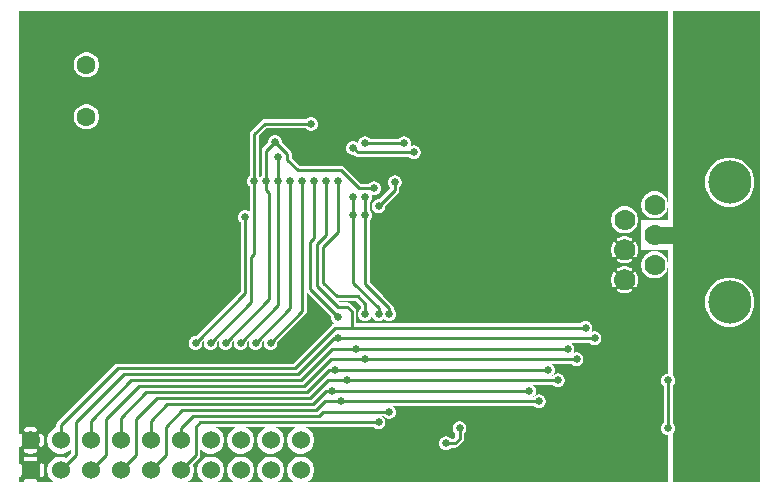
<source format=gbr>
G04 start of page 3 for group 1 idx 1 *
G04 Title: (unknown), bottom *
G04 Creator: pcb 20140316 *
G04 CreationDate: Mon 17 Feb 2020 04:19:00 AM GMT UTC *
G04 For: railfan *
G04 Format: Gerber/RS-274X *
G04 PCB-Dimensions (mil): 2500.00 1600.00 *
G04 PCB-Coordinate-Origin: lower left *
%MOIN*%
%FSLAX25Y25*%
%LNBOTTOM*%
%ADD48C,0.1280*%
%ADD47C,0.0300*%
%ADD46C,0.0433*%
%ADD45C,0.0380*%
%ADD44C,0.0120*%
%ADD43C,0.0260*%
%ADD42C,0.1440*%
%ADD41C,0.0700*%
%ADD40C,0.0633*%
%ADD39C,0.0600*%
%ADD38C,0.0550*%
%ADD37C,0.0100*%
%ADD36C,0.0001*%
G54D36*G36*
X248500Y1500D02*X238487D01*
Y53276D01*
X238500Y53275D01*
X239787Y53376D01*
X241042Y53677D01*
X242234Y54171D01*
X243335Y54846D01*
X244316Y55684D01*
X245154Y56665D01*
X245829Y57766D01*
X246323Y58958D01*
X246624Y60213D01*
X246700Y61500D01*
X246624Y62787D01*
X246323Y64042D01*
X245829Y65234D01*
X245154Y66335D01*
X244316Y67316D01*
X243335Y68154D01*
X242234Y68829D01*
X241042Y69323D01*
X239787Y69624D01*
X238500Y69725D01*
X238487Y69724D01*
Y93276D01*
X238500Y93275D01*
X239787Y93376D01*
X241042Y93677D01*
X242234Y94171D01*
X243335Y94846D01*
X244316Y95684D01*
X245154Y96665D01*
X245829Y97766D01*
X246323Y98958D01*
X246624Y100213D01*
X246700Y101500D01*
X246624Y102787D01*
X246323Y104042D01*
X245829Y105234D01*
X245154Y106335D01*
X244316Y107316D01*
X243335Y108154D01*
X242234Y108829D01*
X241042Y109323D01*
X239787Y109624D01*
X238500Y109725D01*
X238487Y109724D01*
Y158500D01*
X248500D01*
Y1500D01*
G37*
G36*
X238487D02*X219500D01*
Y17756D01*
X219631Y17869D01*
X219866Y18144D01*
X220056Y18453D01*
X220194Y18787D01*
X220279Y19139D01*
X220300Y19500D01*
X220279Y19861D01*
X220194Y20213D01*
X220056Y20547D01*
X219866Y20856D01*
X219631Y21131D01*
X219500Y21244D01*
Y33662D01*
X219631Y33774D01*
X219866Y34049D01*
X220056Y34358D01*
X220194Y34693D01*
X220279Y35045D01*
X220300Y35406D01*
X220279Y35766D01*
X220194Y36118D01*
X220056Y36453D01*
X219866Y36762D01*
X219631Y37037D01*
X219500Y37149D01*
Y158500D01*
X238487D01*
Y109724D01*
X237213Y109624D01*
X235958Y109323D01*
X234766Y108829D01*
X233665Y108154D01*
X232684Y107316D01*
X231846Y106335D01*
X231171Y105234D01*
X230677Y104042D01*
X230376Y102787D01*
X230275Y101500D01*
X230376Y100213D01*
X230677Y98958D01*
X231171Y97766D01*
X231846Y96665D01*
X232684Y95684D01*
X233665Y94846D01*
X234766Y94171D01*
X235958Y93677D01*
X237213Y93376D01*
X238487Y93276D01*
Y69724D01*
X237213Y69624D01*
X235958Y69323D01*
X234766Y68829D01*
X233665Y68154D01*
X232684Y67316D01*
X231846Y66335D01*
X231171Y65234D01*
X230677Y64042D01*
X230376Y62787D01*
X230275Y61500D01*
X230376Y60213D01*
X230677Y58958D01*
X231171Y57766D01*
X231846Y56665D01*
X232684Y55684D01*
X233665Y54846D01*
X234766Y54171D01*
X235958Y53677D01*
X237213Y53376D01*
X238487Y53276D01*
Y1500D01*
G37*
G36*
X147000Y17756D02*Y16621D01*
X146379Y16000D01*
X146246D01*
Y19034D01*
X146306Y18787D01*
X146444Y18453D01*
X146634Y18144D01*
X146869Y17869D01*
X147000Y17756D01*
G37*
G36*
X207220Y158500D02*X218000D01*
Y94000D01*
X217958Y94706D01*
X217793Y95395D01*
X217522Y96049D01*
X217152Y96653D01*
X216692Y97192D01*
X216153Y97652D01*
X215549Y98022D01*
X214895Y98293D01*
X214206Y98458D01*
X213500Y98514D01*
X212794Y98458D01*
X212105Y98293D01*
X211451Y98022D01*
X210847Y97652D01*
X210308Y97192D01*
X209848Y96653D01*
X209478Y96049D01*
X209207Y95395D01*
X209042Y94706D01*
X208986Y94000D01*
X209042Y93294D01*
X209207Y92605D01*
X209478Y91951D01*
X209848Y91347D01*
X210308Y90808D01*
X210847Y90348D01*
X211451Y89978D01*
X212105Y89707D01*
X212794Y89542D01*
X213500Y89486D01*
X214206Y89542D01*
X214895Y89707D01*
X215549Y89978D01*
X216153Y90348D01*
X216692Y90808D01*
X217152Y91347D01*
X217522Y91951D01*
X217793Y92605D01*
X217958Y93294D01*
X218000Y94000D01*
Y89000D01*
X209000D01*
Y84176D01*
X208986Y84000D01*
X209000Y83824D01*
Y79000D01*
X218000D01*
Y74000D01*
X217958Y74706D01*
X217793Y75395D01*
X217522Y76049D01*
X217152Y76653D01*
X216692Y77192D01*
X216153Y77652D01*
X215549Y78022D01*
X214895Y78293D01*
X214206Y78458D01*
X213500Y78514D01*
X212794Y78458D01*
X212105Y78293D01*
X211451Y78022D01*
X210847Y77652D01*
X210308Y77192D01*
X209848Y76653D01*
X209478Y76049D01*
X209207Y75395D01*
X209042Y74706D01*
X208986Y74000D01*
X209042Y73294D01*
X209207Y72605D01*
X209478Y71951D01*
X209848Y71347D01*
X210308Y70808D01*
X210847Y70348D01*
X211451Y69978D01*
X212105Y69707D01*
X212794Y69542D01*
X213500Y69486D01*
X214206Y69542D01*
X214895Y69707D01*
X215549Y69978D01*
X216153Y70348D01*
X216692Y70808D01*
X217152Y71347D01*
X217522Y71951D01*
X217793Y72605D01*
X217958Y73294D01*
X218000Y74000D01*
Y37713D01*
X217639Y37684D01*
X217287Y37600D01*
X216953Y37461D01*
X216644Y37272D01*
X216369Y37037D01*
X216134Y36762D01*
X215944Y36453D01*
X215806Y36118D01*
X215721Y35766D01*
X215693Y35406D01*
X215721Y35045D01*
X215806Y34693D01*
X215944Y34358D01*
X216134Y34049D01*
X216369Y33774D01*
X216500Y33662D01*
Y21244D01*
X216369Y21131D01*
X216134Y20856D01*
X215944Y20547D01*
X215806Y20213D01*
X215721Y19861D01*
X215693Y19500D01*
X215721Y19139D01*
X215806Y18787D01*
X215944Y18453D01*
X216134Y18144D01*
X216369Y17869D01*
X216644Y17634D01*
X216953Y17444D01*
X217287Y17306D01*
X217639Y17221D01*
X218000Y17193D01*
Y1500D01*
X207220D01*
Y66544D01*
X207271Y66583D01*
X207326Y66639D01*
X207370Y66704D01*
X207564Y67056D01*
X207721Y67426D01*
X207844Y67809D01*
X207933Y68200D01*
X207987Y68599D01*
X208004Y69000D01*
X207987Y69401D01*
X207933Y69800D01*
X207844Y70191D01*
X207721Y70574D01*
X207564Y70944D01*
X207374Y71298D01*
X207329Y71363D01*
X207274Y71420D01*
X207220Y71460D01*
Y76544D01*
X207271Y76583D01*
X207326Y76639D01*
X207370Y76704D01*
X207564Y77056D01*
X207721Y77426D01*
X207844Y77809D01*
X207933Y78200D01*
X207987Y78599D01*
X208004Y79000D01*
X207987Y79401D01*
X207933Y79800D01*
X207844Y80191D01*
X207721Y80574D01*
X207564Y80944D01*
X207374Y81298D01*
X207329Y81363D01*
X207274Y81420D01*
X207220Y81460D01*
Y86459D01*
X207522Y86951D01*
X207793Y87605D01*
X207958Y88294D01*
X208000Y89000D01*
X207958Y89706D01*
X207793Y90395D01*
X207522Y91049D01*
X207220Y91541D01*
Y158500D01*
G37*
G36*
Y1500D02*X203502D01*
Y64496D01*
X203901Y64513D01*
X204300Y64567D01*
X204691Y64656D01*
X205074Y64779D01*
X205444Y64936D01*
X205798Y65126D01*
X205863Y65171D01*
X205920Y65226D01*
X205968Y65290D01*
X206004Y65360D01*
X206030Y65435D01*
X206044Y65513D01*
X206045Y65592D01*
X206033Y65671D01*
X206010Y65746D01*
X205975Y65817D01*
X205929Y65882D01*
X205874Y65939D01*
X205811Y65987D01*
X205741Y66024D01*
X205666Y66049D01*
X205588Y66063D01*
X205508Y66064D01*
X205430Y66052D01*
X205354Y66029D01*
X205284Y65993D01*
X205010Y65843D01*
X204723Y65721D01*
X204426Y65625D01*
X204121Y65556D01*
X203812Y65514D01*
X203502Y65500D01*
Y72500D01*
X203812Y72486D01*
X204121Y72444D01*
X204426Y72375D01*
X204723Y72279D01*
X205010Y72157D01*
X205286Y72010D01*
X205355Y71974D01*
X205431Y71951D01*
X205509Y71940D01*
X205587Y71941D01*
X205665Y71954D01*
X205739Y71980D01*
X205809Y72016D01*
X205872Y72064D01*
X205927Y72120D01*
X205972Y72184D01*
X206007Y72255D01*
X206030Y72330D01*
X206041Y72408D01*
X206040Y72487D01*
X206027Y72564D01*
X206001Y72639D01*
X205965Y72708D01*
X205917Y72771D01*
X205861Y72826D01*
X205796Y72870D01*
X205444Y73064D01*
X205074Y73221D01*
X204691Y73344D01*
X204300Y73433D01*
X203901Y73487D01*
X203502Y73504D01*
Y74496D01*
X203901Y74513D01*
X204300Y74567D01*
X204691Y74656D01*
X205074Y74779D01*
X205444Y74936D01*
X205798Y75126D01*
X205863Y75171D01*
X205920Y75226D01*
X205968Y75290D01*
X206004Y75360D01*
X206030Y75435D01*
X206044Y75513D01*
X206045Y75592D01*
X206033Y75671D01*
X206010Y75746D01*
X205975Y75817D01*
X205929Y75882D01*
X205874Y75939D01*
X205811Y75987D01*
X205741Y76024D01*
X205666Y76049D01*
X205588Y76063D01*
X205508Y76064D01*
X205430Y76052D01*
X205354Y76029D01*
X205284Y75993D01*
X205010Y75843D01*
X204723Y75721D01*
X204426Y75625D01*
X204121Y75556D01*
X203812Y75514D01*
X203502Y75500D01*
Y82500D01*
X203812Y82486D01*
X204121Y82444D01*
X204426Y82375D01*
X204723Y82279D01*
X205010Y82157D01*
X205286Y82010D01*
X205355Y81974D01*
X205431Y81951D01*
X205509Y81940D01*
X205587Y81941D01*
X205665Y81954D01*
X205739Y81980D01*
X205809Y82016D01*
X205872Y82064D01*
X205927Y82120D01*
X205972Y82184D01*
X206007Y82255D01*
X206030Y82330D01*
X206041Y82408D01*
X206040Y82487D01*
X206027Y82564D01*
X206001Y82639D01*
X205965Y82708D01*
X205917Y82771D01*
X205861Y82826D01*
X205796Y82870D01*
X205444Y83064D01*
X205074Y83221D01*
X204691Y83344D01*
X204300Y83433D01*
X203901Y83487D01*
X203502Y83504D01*
Y84486D01*
X204206Y84542D01*
X204895Y84707D01*
X205549Y84978D01*
X206153Y85348D01*
X206692Y85808D01*
X207152Y86347D01*
X207220Y86459D01*
Y81460D01*
X207210Y81468D01*
X207140Y81504D01*
X207065Y81530D01*
X206987Y81544D01*
X206908Y81545D01*
X206829Y81533D01*
X206754Y81510D01*
X206683Y81475D01*
X206618Y81429D01*
X206561Y81374D01*
X206513Y81311D01*
X206476Y81241D01*
X206451Y81166D01*
X206437Y81088D01*
X206436Y81008D01*
X206448Y80930D01*
X206471Y80854D01*
X206507Y80784D01*
X206657Y80510D01*
X206779Y80223D01*
X206875Y79926D01*
X206944Y79621D01*
X206986Y79312D01*
X207000Y79000D01*
X206986Y78688D01*
X206944Y78379D01*
X206875Y78074D01*
X206779Y77777D01*
X206657Y77490D01*
X206510Y77214D01*
X206474Y77145D01*
X206451Y77069D01*
X206440Y76991D01*
X206441Y76913D01*
X206454Y76835D01*
X206480Y76761D01*
X206516Y76691D01*
X206564Y76628D01*
X206620Y76573D01*
X206684Y76528D01*
X206755Y76493D01*
X206830Y76470D01*
X206908Y76459D01*
X206987Y76460D01*
X207064Y76473D01*
X207139Y76499D01*
X207208Y76535D01*
X207220Y76544D01*
Y71460D01*
X207210Y71468D01*
X207140Y71504D01*
X207065Y71530D01*
X206987Y71544D01*
X206908Y71545D01*
X206829Y71533D01*
X206754Y71510D01*
X206683Y71475D01*
X206618Y71429D01*
X206561Y71374D01*
X206513Y71311D01*
X206476Y71241D01*
X206451Y71166D01*
X206437Y71088D01*
X206436Y71008D01*
X206448Y70930D01*
X206471Y70854D01*
X206507Y70784D01*
X206657Y70510D01*
X206779Y70223D01*
X206875Y69926D01*
X206944Y69621D01*
X206986Y69312D01*
X207000Y69000D01*
X206986Y68688D01*
X206944Y68379D01*
X206875Y68074D01*
X206779Y67777D01*
X206657Y67490D01*
X206510Y67214D01*
X206474Y67145D01*
X206451Y67069D01*
X206440Y66991D01*
X206441Y66913D01*
X206454Y66835D01*
X206480Y66761D01*
X206516Y66691D01*
X206564Y66628D01*
X206620Y66573D01*
X206684Y66528D01*
X206755Y66493D01*
X206830Y66470D01*
X206908Y66459D01*
X206987Y66460D01*
X207064Y66473D01*
X207139Y66499D01*
X207208Y66535D01*
X207220Y66544D01*
Y1500D01*
G37*
G36*
X203502Y158500D02*X207220D01*
Y91541D01*
X207152Y91653D01*
X206692Y92192D01*
X206153Y92652D01*
X205549Y93022D01*
X204895Y93293D01*
X204206Y93458D01*
X203502Y93514D01*
Y158500D01*
G37*
G36*
X199780Y86459D02*X199848Y86347D01*
X200308Y85808D01*
X200847Y85348D01*
X201451Y84978D01*
X202105Y84707D01*
X202794Y84542D01*
X203500Y84486D01*
X203502Y84486D01*
Y83504D01*
X203500Y83504D01*
X203099Y83487D01*
X202700Y83433D01*
X202309Y83344D01*
X201926Y83221D01*
X201556Y83064D01*
X201202Y82874D01*
X201137Y82829D01*
X201080Y82774D01*
X201032Y82710D01*
X200996Y82640D01*
X200970Y82565D01*
X200956Y82487D01*
X200955Y82408D01*
X200967Y82329D01*
X200990Y82254D01*
X201025Y82183D01*
X201071Y82118D01*
X201126Y82061D01*
X201189Y82013D01*
X201259Y81976D01*
X201334Y81951D01*
X201412Y81937D01*
X201492Y81936D01*
X201570Y81948D01*
X201646Y81971D01*
X201716Y82007D01*
X201990Y82157D01*
X202277Y82279D01*
X202574Y82375D01*
X202879Y82444D01*
X203188Y82486D01*
X203500Y82500D01*
X203502Y82500D01*
Y75500D01*
X203500Y75500D01*
X203188Y75514D01*
X202879Y75556D01*
X202574Y75625D01*
X202277Y75721D01*
X201990Y75843D01*
X201714Y75990D01*
X201645Y76026D01*
X201569Y76049D01*
X201491Y76060D01*
X201413Y76059D01*
X201335Y76046D01*
X201261Y76020D01*
X201191Y75984D01*
X201128Y75936D01*
X201073Y75880D01*
X201028Y75816D01*
X200993Y75745D01*
X200970Y75670D01*
X200959Y75592D01*
X200960Y75513D01*
X200973Y75436D01*
X200999Y75361D01*
X201035Y75292D01*
X201083Y75229D01*
X201139Y75174D01*
X201204Y75130D01*
X201556Y74936D01*
X201926Y74779D01*
X202309Y74656D01*
X202700Y74567D01*
X203099Y74513D01*
X203500Y74496D01*
X203502Y74496D01*
Y73504D01*
X203500Y73504D01*
X203099Y73487D01*
X202700Y73433D01*
X202309Y73344D01*
X201926Y73221D01*
X201556Y73064D01*
X201202Y72874D01*
X201137Y72829D01*
X201080Y72774D01*
X201032Y72710D01*
X200996Y72640D01*
X200970Y72565D01*
X200956Y72487D01*
X200955Y72408D01*
X200967Y72329D01*
X200990Y72254D01*
X201025Y72183D01*
X201071Y72118D01*
X201126Y72061D01*
X201189Y72013D01*
X201259Y71976D01*
X201334Y71951D01*
X201412Y71937D01*
X201492Y71936D01*
X201570Y71948D01*
X201646Y71971D01*
X201716Y72007D01*
X201990Y72157D01*
X202277Y72279D01*
X202574Y72375D01*
X202879Y72444D01*
X203188Y72486D01*
X203500Y72500D01*
X203502Y72500D01*
Y65500D01*
X203500Y65500D01*
X203188Y65514D01*
X202879Y65556D01*
X202574Y65625D01*
X202277Y65721D01*
X201990Y65843D01*
X201714Y65990D01*
X201645Y66026D01*
X201569Y66049D01*
X201491Y66060D01*
X201413Y66059D01*
X201335Y66046D01*
X201261Y66020D01*
X201191Y65984D01*
X201128Y65936D01*
X201073Y65880D01*
X201028Y65816D01*
X200993Y65745D01*
X200970Y65670D01*
X200959Y65592D01*
X200960Y65513D01*
X200973Y65436D01*
X200999Y65361D01*
X201035Y65292D01*
X201083Y65229D01*
X201139Y65174D01*
X201204Y65130D01*
X201556Y64936D01*
X201926Y64779D01*
X202309Y64656D01*
X202700Y64567D01*
X203099Y64513D01*
X203500Y64496D01*
X203502Y64496D01*
Y1500D01*
X199780D01*
Y66540D01*
X199790Y66532D01*
X199860Y66496D01*
X199935Y66470D01*
X200013Y66456D01*
X200092Y66455D01*
X200171Y66467D01*
X200246Y66490D01*
X200317Y66525D01*
X200382Y66571D01*
X200439Y66626D01*
X200487Y66689D01*
X200524Y66759D01*
X200549Y66834D01*
X200563Y66912D01*
X200564Y66992D01*
X200552Y67070D01*
X200529Y67146D01*
X200493Y67216D01*
X200343Y67490D01*
X200221Y67777D01*
X200125Y68074D01*
X200056Y68379D01*
X200014Y68688D01*
X200000Y69000D01*
X200014Y69312D01*
X200056Y69621D01*
X200125Y69926D01*
X200221Y70223D01*
X200343Y70510D01*
X200490Y70786D01*
X200526Y70855D01*
X200549Y70931D01*
X200560Y71009D01*
X200559Y71087D01*
X200546Y71165D01*
X200520Y71239D01*
X200484Y71309D01*
X200436Y71372D01*
X200380Y71427D01*
X200316Y71472D01*
X200245Y71507D01*
X200170Y71530D01*
X200092Y71541D01*
X200013Y71540D01*
X199936Y71527D01*
X199861Y71501D01*
X199792Y71465D01*
X199780Y71456D01*
Y76540D01*
X199790Y76532D01*
X199860Y76496D01*
X199935Y76470D01*
X200013Y76456D01*
X200092Y76455D01*
X200171Y76467D01*
X200246Y76490D01*
X200317Y76525D01*
X200382Y76571D01*
X200439Y76626D01*
X200487Y76689D01*
X200524Y76759D01*
X200549Y76834D01*
X200563Y76912D01*
X200564Y76992D01*
X200552Y77070D01*
X200529Y77146D01*
X200493Y77216D01*
X200343Y77490D01*
X200221Y77777D01*
X200125Y78074D01*
X200056Y78379D01*
X200014Y78688D01*
X200000Y79000D01*
X200014Y79312D01*
X200056Y79621D01*
X200125Y79926D01*
X200221Y80223D01*
X200343Y80510D01*
X200490Y80786D01*
X200526Y80855D01*
X200549Y80931D01*
X200560Y81009D01*
X200559Y81087D01*
X200546Y81165D01*
X200520Y81239D01*
X200484Y81309D01*
X200436Y81372D01*
X200380Y81427D01*
X200316Y81472D01*
X200245Y81507D01*
X200170Y81530D01*
X200092Y81541D01*
X200013Y81540D01*
X199936Y81527D01*
X199861Y81501D01*
X199792Y81465D01*
X199780Y81456D01*
Y86459D01*
G37*
G36*
Y158500D02*X203502D01*
Y93514D01*
X203500Y93514D01*
X202794Y93458D01*
X202105Y93293D01*
X201451Y93022D01*
X200847Y92652D01*
X200308Y92192D01*
X199848Y91653D01*
X199780Y91541D01*
Y158500D01*
G37*
G36*
X146246D02*X199780D01*
Y91541D01*
X199478Y91049D01*
X199207Y90395D01*
X199042Y89706D01*
X198986Y89000D01*
X199042Y88294D01*
X199207Y87605D01*
X199478Y86951D01*
X199780Y86459D01*
Y81456D01*
X199729Y81417D01*
X199674Y81361D01*
X199630Y81296D01*
X199436Y80944D01*
X199279Y80574D01*
X199156Y80191D01*
X199067Y79800D01*
X199013Y79401D01*
X198996Y79000D01*
X199013Y78599D01*
X199067Y78200D01*
X199156Y77809D01*
X199279Y77426D01*
X199436Y77056D01*
X199626Y76702D01*
X199671Y76637D01*
X199726Y76580D01*
X199780Y76540D01*
Y71456D01*
X199729Y71417D01*
X199674Y71361D01*
X199630Y71296D01*
X199436Y70944D01*
X199279Y70574D01*
X199156Y70191D01*
X199067Y69800D01*
X199013Y69401D01*
X198996Y69000D01*
X199013Y68599D01*
X199067Y68200D01*
X199156Y67809D01*
X199279Y67426D01*
X199436Y67056D01*
X199626Y66702D01*
X199671Y66637D01*
X199726Y66580D01*
X199780Y66540D01*
Y1500D01*
X146246D01*
Y13000D01*
X146941D01*
X147000Y12995D01*
X147235Y13014D01*
X147235Y13014D01*
X147465Y13069D01*
X147683Y13159D01*
X147884Y13283D01*
X148064Y13436D01*
X148102Y13481D01*
X149519Y14898D01*
X149564Y14936D01*
X149717Y15115D01*
X149717Y15116D01*
X149841Y15317D01*
X149931Y15535D01*
X149986Y15765D01*
X150005Y16000D01*
X150000Y16059D01*
Y17756D01*
X150131Y17869D01*
X150366Y18144D01*
X150556Y18453D01*
X150694Y18787D01*
X150779Y19139D01*
X150800Y19500D01*
X150779Y19861D01*
X150694Y20213D01*
X150556Y20547D01*
X150366Y20856D01*
X150131Y21131D01*
X149856Y21366D01*
X149547Y21556D01*
X149213Y21694D01*
X148861Y21779D01*
X148500Y21807D01*
X148139Y21779D01*
X147787Y21694D01*
X147453Y21556D01*
X147144Y21366D01*
X146869Y21131D01*
X146634Y20856D01*
X146444Y20547D01*
X146306Y20213D01*
X146246Y19966D01*
Y27000D01*
X173182D01*
X173294Y26869D01*
X173569Y26634D01*
X173878Y26444D01*
X174212Y26306D01*
X174564Y26221D01*
X174925Y26193D01*
X175286Y26221D01*
X175638Y26306D01*
X175973Y26444D01*
X176281Y26634D01*
X176557Y26869D01*
X176792Y27144D01*
X176981Y27453D01*
X177119Y27787D01*
X177204Y28139D01*
X177225Y28500D01*
X177204Y28861D01*
X177119Y29213D01*
X176981Y29547D01*
X176792Y29856D01*
X176557Y30131D01*
X176281Y30366D01*
X175973Y30556D01*
X175638Y30694D01*
X175286Y30779D01*
X174925Y30807D01*
X174564Y30779D01*
X174212Y30694D01*
X173878Y30556D01*
X173569Y30366D01*
X173294Y30131D01*
X173182Y30000D01*
X172914D01*
X173132Y30134D01*
X173407Y30369D01*
X173642Y30644D01*
X173832Y30953D01*
X173970Y31287D01*
X174055Y31639D01*
X174076Y32000D01*
X174055Y32361D01*
X173970Y32713D01*
X173832Y33047D01*
X173642Y33356D01*
X173407Y33631D01*
X173132Y33866D01*
X172914Y34000D01*
X179480D01*
X179593Y33869D01*
X179868Y33634D01*
X180177Y33444D01*
X180511Y33306D01*
X180863Y33221D01*
X181224Y33193D01*
X181585Y33221D01*
X181937Y33306D01*
X182271Y33444D01*
X182580Y33634D01*
X182855Y33869D01*
X183090Y34144D01*
X183280Y34453D01*
X183418Y34787D01*
X183503Y35139D01*
X183524Y35500D01*
X183503Y35861D01*
X183418Y36213D01*
X183280Y36547D01*
X183090Y36856D01*
X182855Y37131D01*
X182580Y37366D01*
X182271Y37556D01*
X181937Y37694D01*
X181585Y37779D01*
X181224Y37807D01*
X180863Y37779D01*
X180511Y37694D01*
X180177Y37556D01*
X179868Y37366D01*
X179593Y37131D01*
X179480Y37000D01*
X179213D01*
X179431Y37134D01*
X179707Y37369D01*
X179942Y37644D01*
X180131Y37953D01*
X180269Y38287D01*
X180354Y38639D01*
X180375Y39000D01*
X180354Y39361D01*
X180269Y39713D01*
X180131Y40047D01*
X179942Y40356D01*
X179707Y40631D01*
X179431Y40866D01*
X179213Y41000D01*
X185756D01*
X185869Y40869D01*
X186144Y40634D01*
X186453Y40444D01*
X186787Y40306D01*
X187139Y40221D01*
X187500Y40193D01*
X187861Y40221D01*
X188213Y40306D01*
X188547Y40444D01*
X188856Y40634D01*
X189131Y40869D01*
X189366Y41144D01*
X189556Y41453D01*
X189694Y41787D01*
X189779Y42139D01*
X189800Y42500D01*
X189779Y42861D01*
X189694Y43213D01*
X189556Y43547D01*
X189366Y43856D01*
X189131Y44131D01*
X188856Y44366D01*
X188547Y44556D01*
X188213Y44694D01*
X187861Y44779D01*
X187500Y44807D01*
X187139Y44779D01*
X186787Y44694D01*
X186453Y44556D01*
X186144Y44366D01*
X185869Y44131D01*
X185756Y44000D01*
X185638D01*
X185856Y44134D01*
X186131Y44369D01*
X186366Y44644D01*
X186556Y44953D01*
X186694Y45287D01*
X186779Y45639D01*
X186800Y46000D01*
X186779Y46361D01*
X186694Y46713D01*
X186556Y47047D01*
X186366Y47356D01*
X186131Y47631D01*
X185856Y47866D01*
X185638Y48000D01*
X191756D01*
X191869Y47869D01*
X192144Y47634D01*
X192453Y47444D01*
X192787Y47306D01*
X193139Y47221D01*
X193500Y47193D01*
X193861Y47221D01*
X194213Y47306D01*
X194547Y47444D01*
X194856Y47634D01*
X195131Y47869D01*
X195366Y48144D01*
X195556Y48453D01*
X195694Y48787D01*
X195779Y49139D01*
X195800Y49500D01*
X195779Y49861D01*
X195694Y50213D01*
X195556Y50547D01*
X195366Y50856D01*
X195131Y51131D01*
X194856Y51366D01*
X194547Y51556D01*
X194213Y51694D01*
X193861Y51779D01*
X193500Y51807D01*
X193139Y51779D01*
X192787Y51694D01*
X192453Y51556D01*
X192144Y51366D01*
X191869Y51131D01*
X191756Y51000D01*
X191638D01*
X191856Y51134D01*
X192131Y51369D01*
X192366Y51644D01*
X192556Y51953D01*
X192694Y52287D01*
X192779Y52639D01*
X192800Y53000D01*
X192779Y53361D01*
X192694Y53713D01*
X192556Y54047D01*
X192366Y54356D01*
X192131Y54631D01*
X191856Y54866D01*
X191547Y55056D01*
X191213Y55194D01*
X190861Y55279D01*
X190500Y55307D01*
X190139Y55279D01*
X189787Y55194D01*
X189453Y55056D01*
X189144Y54866D01*
X188869Y54631D01*
X188756Y54500D01*
X146246D01*
Y158500D01*
G37*
G36*
Y1500D02*X97585D01*
X98153Y1848D01*
X98692Y2308D01*
X99152Y2847D01*
X99522Y3451D01*
X99793Y4105D01*
X99958Y4794D01*
X100000Y5500D01*
X99958Y6206D01*
X99793Y6895D01*
X99522Y7549D01*
X99152Y8153D01*
X98692Y8692D01*
X98153Y9152D01*
X97549Y9522D01*
X96895Y9793D01*
X96206Y9958D01*
X95500Y10014D01*
X94794Y9958D01*
X94105Y9793D01*
X93451Y9522D01*
X92847Y9152D01*
X92308Y8692D01*
X91848Y8153D01*
X91478Y7549D01*
X91207Y6895D01*
X91042Y6206D01*
X90986Y5500D01*
X91042Y4794D01*
X91207Y4105D01*
X91478Y3451D01*
X91848Y2847D01*
X92308Y2308D01*
X92847Y1848D01*
X93415Y1500D01*
X87585D01*
X88153Y1848D01*
X88692Y2308D01*
X89152Y2847D01*
X89522Y3451D01*
X89793Y4105D01*
X89958Y4794D01*
X90000Y5500D01*
X89958Y6206D01*
X89793Y6895D01*
X89522Y7549D01*
X89152Y8153D01*
X88692Y8692D01*
X88153Y9152D01*
X87549Y9522D01*
X86895Y9793D01*
X86206Y9958D01*
X85500Y10014D01*
X84794Y9958D01*
X84105Y9793D01*
X83451Y9522D01*
X82847Y9152D01*
X82308Y8692D01*
X81848Y8153D01*
X81478Y7549D01*
X81207Y6895D01*
X81042Y6206D01*
X80986Y5500D01*
X81042Y4794D01*
X81207Y4105D01*
X81478Y3451D01*
X81848Y2847D01*
X82308Y2308D01*
X82847Y1848D01*
X83415Y1500D01*
X77585D01*
X78153Y1848D01*
X78692Y2308D01*
X79152Y2847D01*
X79522Y3451D01*
X79793Y4105D01*
X79958Y4794D01*
X80000Y5500D01*
X79958Y6206D01*
X79793Y6895D01*
X79522Y7549D01*
X79152Y8153D01*
X78692Y8692D01*
X78153Y9152D01*
X77549Y9522D01*
X76895Y9793D01*
X76206Y9958D01*
X75500Y10014D01*
X74794Y9958D01*
X74105Y9793D01*
X73451Y9522D01*
X72847Y9152D01*
X72308Y8692D01*
X71848Y8153D01*
X71478Y7549D01*
X71207Y6895D01*
X71042Y6206D01*
X70986Y5500D01*
X71042Y4794D01*
X71207Y4105D01*
X71478Y3451D01*
X71848Y2847D01*
X72308Y2308D01*
X72847Y1848D01*
X73415Y1500D01*
X67585D01*
X68153Y1848D01*
X68692Y2308D01*
X69152Y2847D01*
X69522Y3451D01*
X69793Y4105D01*
X69958Y4794D01*
X70000Y5500D01*
X69958Y6206D01*
X69793Y6895D01*
X69522Y7549D01*
X69152Y8153D01*
X68692Y8692D01*
X68153Y9152D01*
X67549Y9522D01*
X66895Y9793D01*
X66206Y9958D01*
X65500Y10014D01*
X64794Y9958D01*
X64105Y9793D01*
X63451Y9522D01*
X62847Y9152D01*
X62308Y8692D01*
X61848Y8153D01*
X61478Y7549D01*
X61207Y6895D01*
X61042Y6206D01*
X60986Y5500D01*
X61042Y4794D01*
X61207Y4105D01*
X61478Y3451D01*
X61848Y2847D01*
X62308Y2308D01*
X62847Y1848D01*
X63415Y1500D01*
X57585D01*
X58153Y1848D01*
X58692Y2308D01*
X59152Y2847D01*
X59522Y3451D01*
X59793Y4105D01*
X59958Y4794D01*
X60000Y5500D01*
X59958Y6206D01*
X59793Y6895D01*
X59565Y7444D01*
X61519Y9398D01*
X61564Y9436D01*
X61717Y9615D01*
X61717Y9616D01*
X61841Y9817D01*
X61931Y10035D01*
X61986Y10265D01*
X62005Y10500D01*
X62000Y10559D01*
Y12669D01*
X62308Y12308D01*
X62847Y11848D01*
X63451Y11478D01*
X64105Y11207D01*
X64794Y11042D01*
X65500Y10986D01*
X66206Y11042D01*
X66895Y11207D01*
X67549Y11478D01*
X68153Y11848D01*
X68692Y12308D01*
X69152Y12847D01*
X69522Y13451D01*
X69793Y14105D01*
X69958Y14794D01*
X70000Y15500D01*
X69958Y16206D01*
X69793Y16895D01*
X69522Y17549D01*
X69152Y18153D01*
X68692Y18692D01*
X68153Y19152D01*
X67549Y19522D01*
X66895Y19793D01*
X66206Y19958D01*
X65676Y20000D01*
X75324D01*
X74794Y19958D01*
X74105Y19793D01*
X73451Y19522D01*
X72847Y19152D01*
X72308Y18692D01*
X71848Y18153D01*
X71478Y17549D01*
X71207Y16895D01*
X71042Y16206D01*
X70986Y15500D01*
X71042Y14794D01*
X71207Y14105D01*
X71478Y13451D01*
X71848Y12847D01*
X72308Y12308D01*
X72847Y11848D01*
X73451Y11478D01*
X74105Y11207D01*
X74794Y11042D01*
X75500Y10986D01*
X76206Y11042D01*
X76895Y11207D01*
X77549Y11478D01*
X78153Y11848D01*
X78692Y12308D01*
X79152Y12847D01*
X79522Y13451D01*
X79793Y14105D01*
X79958Y14794D01*
X80000Y15500D01*
X79958Y16206D01*
X79793Y16895D01*
X79522Y17549D01*
X79152Y18153D01*
X78692Y18692D01*
X78153Y19152D01*
X77549Y19522D01*
X76895Y19793D01*
X76206Y19958D01*
X75676Y20000D01*
X85324D01*
X84794Y19958D01*
X84105Y19793D01*
X83451Y19522D01*
X82847Y19152D01*
X82308Y18692D01*
X81848Y18153D01*
X81478Y17549D01*
X81207Y16895D01*
X81042Y16206D01*
X80986Y15500D01*
X81042Y14794D01*
X81207Y14105D01*
X81478Y13451D01*
X81848Y12847D01*
X82308Y12308D01*
X82847Y11848D01*
X83451Y11478D01*
X84105Y11207D01*
X84794Y11042D01*
X85500Y10986D01*
X86206Y11042D01*
X86895Y11207D01*
X87549Y11478D01*
X88153Y11848D01*
X88692Y12308D01*
X89152Y12847D01*
X89522Y13451D01*
X89793Y14105D01*
X89958Y14794D01*
X90000Y15500D01*
X89958Y16206D01*
X89793Y16895D01*
X89522Y17549D01*
X89152Y18153D01*
X88692Y18692D01*
X88153Y19152D01*
X87549Y19522D01*
X86895Y19793D01*
X86206Y19958D01*
X85676Y20000D01*
X95324D01*
X94794Y19958D01*
X94105Y19793D01*
X93451Y19522D01*
X92847Y19152D01*
X92308Y18692D01*
X91848Y18153D01*
X91478Y17549D01*
X91207Y16895D01*
X91042Y16206D01*
X90986Y15500D01*
X91042Y14794D01*
X91207Y14105D01*
X91478Y13451D01*
X91848Y12847D01*
X92308Y12308D01*
X92847Y11848D01*
X93451Y11478D01*
X94105Y11207D01*
X94794Y11042D01*
X95500Y10986D01*
X96206Y11042D01*
X96895Y11207D01*
X97549Y11478D01*
X98153Y11848D01*
X98692Y12308D01*
X99152Y12847D01*
X99522Y13451D01*
X99793Y14105D01*
X99958Y14794D01*
X100000Y15500D01*
X99958Y16206D01*
X99793Y16895D01*
X99522Y17549D01*
X99152Y18153D01*
X98692Y18692D01*
X98153Y19152D01*
X97549Y19522D01*
X96895Y19793D01*
X96206Y19958D01*
X95676Y20000D01*
X119756D01*
X119869Y19869D01*
X120144Y19634D01*
X120453Y19444D01*
X120787Y19306D01*
X121139Y19221D01*
X121500Y19193D01*
X121861Y19221D01*
X122213Y19306D01*
X122547Y19444D01*
X122856Y19634D01*
X123131Y19869D01*
X123366Y20144D01*
X123556Y20453D01*
X123694Y20787D01*
X123779Y21139D01*
X123800Y21500D01*
X123779Y21861D01*
X123694Y22213D01*
X123556Y22547D01*
X123366Y22856D01*
X123131Y23131D01*
X122856Y23366D01*
X122638Y23500D01*
X123256D01*
X123369Y23369D01*
X123644Y23134D01*
X123953Y22944D01*
X124287Y22806D01*
X124639Y22721D01*
X125000Y22693D01*
X125361Y22721D01*
X125713Y22806D01*
X126047Y22944D01*
X126356Y23134D01*
X126631Y23369D01*
X126866Y23644D01*
X127056Y23953D01*
X127194Y24287D01*
X127279Y24639D01*
X127300Y25000D01*
X127279Y25361D01*
X127194Y25713D01*
X127056Y26047D01*
X126866Y26356D01*
X126631Y26631D01*
X126356Y26866D01*
X126138Y27000D01*
X146246D01*
Y19966D01*
X146221Y19861D01*
X146193Y19500D01*
X146221Y19139D01*
X146246Y19034D01*
Y16000D01*
X145744D01*
X145631Y16131D01*
X145356Y16366D01*
X145047Y16556D01*
X144713Y16694D01*
X144361Y16779D01*
X144000Y16807D01*
X143639Y16779D01*
X143287Y16694D01*
X142953Y16556D01*
X142644Y16366D01*
X142369Y16131D01*
X142134Y15856D01*
X141944Y15547D01*
X141806Y15213D01*
X141721Y14861D01*
X141693Y14500D01*
X141721Y14139D01*
X141806Y13787D01*
X141944Y13453D01*
X142134Y13144D01*
X142369Y12869D01*
X142644Y12634D01*
X142953Y12444D01*
X143287Y12306D01*
X143639Y12221D01*
X144000Y12193D01*
X144361Y12221D01*
X144713Y12306D01*
X145047Y12444D01*
X145356Y12634D01*
X145631Y12869D01*
X145744Y13000D01*
X146246D01*
Y1500D01*
G37*
G36*
X123108Y158500D02*X146246D01*
Y54500D01*
X123108D01*
Y55849D01*
X123131Y55869D01*
X123250Y56008D01*
X123369Y55869D01*
X123644Y55634D01*
X123953Y55444D01*
X124287Y55306D01*
X124639Y55221D01*
X125000Y55193D01*
X125361Y55221D01*
X125713Y55306D01*
X126047Y55444D01*
X126356Y55634D01*
X126631Y55869D01*
X126866Y56144D01*
X127056Y56453D01*
X127194Y56787D01*
X127279Y57139D01*
X127300Y57500D01*
X127279Y57861D01*
X127194Y58213D01*
X127056Y58547D01*
X126866Y58856D01*
X126631Y59131D01*
X126500Y59244D01*
Y59441D01*
X126505Y59500D01*
X126486Y59735D01*
X126431Y59965D01*
X126341Y60183D01*
X126217Y60384D01*
X126064Y60564D01*
X126019Y60602D01*
X123108Y63513D01*
Y91849D01*
X123131Y91869D01*
X123366Y92144D01*
X123556Y92453D01*
X123694Y92787D01*
X123779Y93139D01*
X123800Y93500D01*
X123790Y93669D01*
X127944Y97823D01*
X127989Y97861D01*
X128142Y98041D01*
X128142Y98041D01*
X128266Y98242D01*
X128356Y98460D01*
X128411Y98690D01*
X128430Y98925D01*
X128425Y98984D01*
Y99756D01*
X128557Y99869D01*
X128792Y100144D01*
X128981Y100453D01*
X129119Y100787D01*
X129204Y101139D01*
X129225Y101500D01*
X129204Y101861D01*
X129119Y102213D01*
X128981Y102547D01*
X128792Y102856D01*
X128557Y103131D01*
X128281Y103366D01*
X127973Y103556D01*
X127638Y103694D01*
X127286Y103779D01*
X126925Y103807D01*
X126564Y103779D01*
X126212Y103694D01*
X125878Y103556D01*
X125569Y103366D01*
X125294Y103131D01*
X125059Y102856D01*
X124870Y102547D01*
X124731Y102213D01*
X124647Y101861D01*
X124618Y101500D01*
X124647Y101139D01*
X124731Y100787D01*
X124870Y100453D01*
X125059Y100144D01*
X125294Y99869D01*
X125425Y99756D01*
Y99547D01*
X123108Y97230D01*
Y110000D01*
X131480D01*
X131593Y109869D01*
X131868Y109634D01*
X132177Y109444D01*
X132511Y109306D01*
X132863Y109221D01*
X133224Y109193D01*
X133585Y109221D01*
X133937Y109306D01*
X134271Y109444D01*
X134580Y109634D01*
X134855Y109869D01*
X135090Y110144D01*
X135280Y110453D01*
X135418Y110787D01*
X135503Y111139D01*
X135524Y111500D01*
X135503Y111861D01*
X135418Y112213D01*
X135280Y112547D01*
X135090Y112856D01*
X134855Y113131D01*
X134580Y113366D01*
X134271Y113556D01*
X133937Y113694D01*
X133585Y113779D01*
X133224Y113807D01*
X132863Y113779D01*
X132511Y113694D01*
X132177Y113556D01*
X132172Y113553D01*
X132269Y113787D01*
X132354Y114139D01*
X132375Y114500D01*
X132354Y114861D01*
X132269Y115213D01*
X132131Y115547D01*
X131942Y115856D01*
X131707Y116131D01*
X131431Y116366D01*
X131123Y116556D01*
X130788Y116694D01*
X130436Y116779D01*
X130075Y116807D01*
X129714Y116779D01*
X129362Y116694D01*
X129028Y116556D01*
X128719Y116366D01*
X128444Y116131D01*
X128332Y116000D01*
X123108D01*
Y158500D01*
G37*
G36*
Y54500D02*X114000D01*
Y58441D01*
X114005Y58500D01*
X113986Y58735D01*
X113986Y58735D01*
X113931Y58965D01*
X113841Y59183D01*
X113717Y59384D01*
X113564Y59564D01*
X113519Y59602D01*
X112102Y61019D01*
X112064Y61064D01*
X111884Y61217D01*
X111683Y61341D01*
X111465Y61431D01*
X111235Y61486D01*
X111235Y61486D01*
X111000Y61505D01*
X110941Y61500D01*
X108621D01*
X108121Y62000D01*
X113879D01*
X115500Y60379D01*
Y59244D01*
X115369Y59131D01*
X115134Y58856D01*
X114944Y58547D01*
X114806Y58213D01*
X114721Y57861D01*
X114693Y57500D01*
X114721Y57139D01*
X114806Y56787D01*
X114944Y56453D01*
X115134Y56144D01*
X115369Y55869D01*
X115644Y55634D01*
X115953Y55444D01*
X116287Y55306D01*
X116639Y55221D01*
X117000Y55193D01*
X117361Y55221D01*
X117713Y55306D01*
X118047Y55444D01*
X118356Y55634D01*
X118631Y55869D01*
X118866Y56144D01*
X119056Y56453D01*
X119194Y56787D01*
X119250Y57020D01*
X119306Y56787D01*
X119444Y56453D01*
X119634Y56144D01*
X119869Y55869D01*
X120144Y55634D01*
X120453Y55444D01*
X120787Y55306D01*
X121139Y55221D01*
X121500Y55193D01*
X121861Y55221D01*
X122213Y55306D01*
X122547Y55444D01*
X122856Y55634D01*
X123108Y55849D01*
Y54500D01*
G37*
G36*
X72790Y48169D02*X73297Y48676D01*
X73221Y48361D01*
X73193Y48000D01*
X73221Y47639D01*
X73306Y47287D01*
X73444Y46953D01*
X73634Y46644D01*
X73869Y46369D01*
X74144Y46134D01*
X74453Y45944D01*
X74787Y45806D01*
X75139Y45721D01*
X75500Y45693D01*
X75861Y45721D01*
X76213Y45806D01*
X76547Y45944D01*
X76856Y46134D01*
X77131Y46369D01*
X77366Y46644D01*
X77556Y46953D01*
X77694Y47287D01*
X77779Y47639D01*
X77800Y48000D01*
X77790Y48169D01*
X78297Y48676D01*
X78221Y48361D01*
X78193Y48000D01*
X78221Y47639D01*
X78306Y47287D01*
X78444Y46953D01*
X78634Y46644D01*
X78869Y46369D01*
X79144Y46134D01*
X79453Y45944D01*
X79787Y45806D01*
X80139Y45721D01*
X80500Y45693D01*
X80861Y45721D01*
X81213Y45806D01*
X81547Y45944D01*
X81856Y46134D01*
X82131Y46369D01*
X82366Y46644D01*
X82556Y46953D01*
X82694Y47287D01*
X82779Y47639D01*
X82800Y48000D01*
X82790Y48169D01*
X83297Y48676D01*
X83221Y48361D01*
X83193Y48000D01*
X83221Y47639D01*
X83306Y47287D01*
X83444Y46953D01*
X83634Y46644D01*
X83869Y46369D01*
X84144Y46134D01*
X84453Y45944D01*
X84787Y45806D01*
X85139Y45721D01*
X85500Y45693D01*
X85861Y45721D01*
X86213Y45806D01*
X86547Y45944D01*
X86856Y46134D01*
X87131Y46369D01*
X87366Y46644D01*
X87556Y46953D01*
X87694Y47287D01*
X87779Y47639D01*
X87800Y48000D01*
X87790Y48169D01*
X97019Y57398D01*
X97064Y57436D01*
X97217Y57615D01*
X97217Y57616D01*
X97341Y57817D01*
X97431Y58035D01*
X97486Y58265D01*
X97505Y58500D01*
X97500Y58559D01*
Y64879D01*
X105706Y56672D01*
X105693Y56500D01*
X105721Y56139D01*
X105806Y55787D01*
X105944Y55453D01*
X106134Y55144D01*
X106369Y54869D01*
X106644Y54634D01*
X106871Y54494D01*
X106765Y54486D01*
X106535Y54431D01*
X106317Y54341D01*
X106116Y54217D01*
X106115Y54217D01*
X105936Y54064D01*
X105898Y54019D01*
X92879Y41000D01*
X34559D01*
X34500Y41005D01*
X34265Y40986D01*
X34035Y40931D01*
X33817Y40841D01*
X33616Y40717D01*
X33615Y40717D01*
X33436Y40564D01*
X33398Y40519D01*
X24116Y31237D01*
Y119161D01*
X24122Y119160D01*
X24776Y119212D01*
X25413Y119365D01*
X26019Y119616D01*
X26578Y119958D01*
X27076Y120384D01*
X27502Y120883D01*
X27845Y121442D01*
X28096Y122047D01*
X28249Y122685D01*
X28287Y123339D01*
X28249Y123992D01*
X28096Y124630D01*
X27845Y125235D01*
X27502Y125794D01*
X27076Y126293D01*
X26578Y126719D01*
X26019Y127061D01*
X25413Y127312D01*
X24776Y127465D01*
X24122Y127517D01*
X24116Y127516D01*
Y136484D01*
X24122Y136483D01*
X24776Y136535D01*
X25413Y136688D01*
X26019Y136939D01*
X26578Y137281D01*
X27076Y137707D01*
X27502Y138206D01*
X27845Y138765D01*
X28096Y139370D01*
X28249Y140008D01*
X28287Y140661D01*
X28249Y141315D01*
X28096Y141953D01*
X27845Y142558D01*
X27502Y143117D01*
X27076Y143616D01*
X26578Y144042D01*
X26019Y144384D01*
X25413Y144635D01*
X24776Y144788D01*
X24122Y144840D01*
X24116Y144839D01*
Y158500D01*
X123108D01*
Y116000D01*
X118744D01*
X118631Y116131D01*
X118356Y116366D01*
X118047Y116556D01*
X117713Y116694D01*
X117361Y116779D01*
X117000Y116807D01*
X116639Y116779D01*
X116287Y116694D01*
X115953Y116556D01*
X115644Y116366D01*
X115369Y116131D01*
X115134Y115856D01*
X114944Y115547D01*
X114806Y115213D01*
X114721Y114861D01*
X114697Y114554D01*
X114631Y114631D01*
X114356Y114866D01*
X114047Y115056D01*
X113713Y115194D01*
X113361Y115279D01*
X113000Y115307D01*
X112639Y115279D01*
X112287Y115194D01*
X111953Y115056D01*
X111644Y114866D01*
X111369Y114631D01*
X111134Y114356D01*
X110944Y114047D01*
X110806Y113713D01*
X110721Y113361D01*
X110693Y113000D01*
X110721Y112639D01*
X110806Y112287D01*
X110944Y111953D01*
X111134Y111644D01*
X111369Y111369D01*
X111644Y111134D01*
X111953Y110944D01*
X112287Y110806D01*
X112639Y110721D01*
X113000Y110693D01*
X113172Y110706D01*
X113398Y110481D01*
X113436Y110436D01*
X113615Y110283D01*
X113616Y110283D01*
X113817Y110159D01*
X114035Y110069D01*
X114265Y110014D01*
X114500Y109995D01*
X114559Y110000D01*
X123108D01*
Y97230D01*
X121672Y95794D01*
X121500Y95807D01*
X121139Y95779D01*
X120787Y95694D01*
X120453Y95556D01*
X120144Y95366D01*
X119869Y95131D01*
X119634Y94856D01*
X119444Y94547D01*
X119306Y94213D01*
X119221Y93861D01*
X119193Y93500D01*
X119221Y93139D01*
X119306Y92787D01*
X119444Y92453D01*
X119634Y92144D01*
X119869Y91869D01*
X120144Y91634D01*
X120453Y91444D01*
X120787Y91306D01*
X121139Y91221D01*
X121500Y91193D01*
X121861Y91221D01*
X122213Y91306D01*
X122547Y91444D01*
X122856Y91634D01*
X123108Y91849D01*
Y63513D01*
X118500Y68121D01*
Y88756D01*
X118631Y88869D01*
X118866Y89144D01*
X119056Y89453D01*
X119194Y89787D01*
X119279Y90139D01*
X119300Y90500D01*
X119279Y90861D01*
X119194Y91213D01*
X119056Y91547D01*
X118866Y91856D01*
X118631Y92131D01*
X118500Y92244D01*
Y94756D01*
X118631Y94869D01*
X118866Y95144D01*
X119056Y95453D01*
X119194Y95787D01*
X119279Y96139D01*
X119300Y96500D01*
X119279Y96861D01*
X119194Y97213D01*
X119128Y97372D01*
X119287Y97306D01*
X119639Y97221D01*
X120000Y97193D01*
X120361Y97221D01*
X120713Y97306D01*
X121047Y97444D01*
X121356Y97634D01*
X121631Y97869D01*
X121866Y98144D01*
X122056Y98453D01*
X122194Y98787D01*
X122279Y99139D01*
X122300Y99500D01*
X122279Y99861D01*
X122194Y100213D01*
X122056Y100547D01*
X121866Y100856D01*
X121631Y101131D01*
X121356Y101366D01*
X121047Y101556D01*
X120713Y101694D01*
X120361Y101779D01*
X120000Y101807D01*
X119639Y101779D01*
X119287Y101694D01*
X118953Y101556D01*
X118644Y101366D01*
X118369Y101131D01*
X118256Y101000D01*
X115621D01*
X110102Y106519D01*
X110064Y106564D01*
X109884Y106717D01*
X109683Y106841D01*
X109465Y106931D01*
X109235Y106986D01*
X109000Y107005D01*
X108941Y107000D01*
X95121D01*
X92500Y109621D01*
Y110941D01*
X92505Y111000D01*
X92486Y111235D01*
X92431Y111465D01*
X92341Y111683D01*
X92217Y111884D01*
X92064Y112064D01*
X92019Y112102D01*
X89290Y114831D01*
X89300Y115000D01*
X89279Y115361D01*
X89194Y115713D01*
X89056Y116047D01*
X88866Y116356D01*
X88631Y116631D01*
X88356Y116866D01*
X88047Y117056D01*
X87713Y117194D01*
X87361Y117279D01*
X87000Y117307D01*
X86639Y117279D01*
X86287Y117194D01*
X85953Y117056D01*
X85644Y116866D01*
X85369Y116631D01*
X85134Y116356D01*
X84944Y116047D01*
X84806Y115713D01*
X84721Y115361D01*
X84693Y115000D01*
X84706Y114828D01*
X82981Y113102D01*
X82936Y113064D01*
X82783Y112884D01*
X82659Y112683D01*
X82569Y112465D01*
X82514Y112235D01*
X82514Y112235D01*
X82495Y112000D01*
X82500Y111941D01*
Y103744D01*
X82369Y103631D01*
X82134Y103356D01*
X82000Y103138D01*
X81866Y103356D01*
X81631Y103631D01*
X81500Y103744D01*
Y116879D01*
X84121Y119500D01*
X97256D01*
X97369Y119369D01*
X97644Y119134D01*
X97953Y118944D01*
X98287Y118806D01*
X98639Y118721D01*
X99000Y118693D01*
X99361Y118721D01*
X99713Y118806D01*
X100047Y118944D01*
X100356Y119134D01*
X100631Y119369D01*
X100866Y119644D01*
X101056Y119953D01*
X101194Y120287D01*
X101279Y120639D01*
X101300Y121000D01*
X101279Y121361D01*
X101194Y121713D01*
X101056Y122047D01*
X100866Y122356D01*
X100631Y122631D01*
X100356Y122866D01*
X100047Y123056D01*
X99713Y123194D01*
X99361Y123279D01*
X99000Y123307D01*
X98639Y123279D01*
X98287Y123194D01*
X97953Y123056D01*
X97644Y122866D01*
X97369Y122631D01*
X97256Y122500D01*
X83559D01*
X83500Y122505D01*
X83265Y122486D01*
X83035Y122431D01*
X82817Y122341D01*
X82616Y122217D01*
X82615Y122217D01*
X82436Y122064D01*
X82398Y122019D01*
X78981Y118602D01*
X78936Y118564D01*
X78783Y118384D01*
X78659Y118183D01*
X78569Y117965D01*
X78514Y117735D01*
X78514Y117735D01*
X78495Y117500D01*
X78500Y117441D01*
Y103744D01*
X78369Y103631D01*
X78134Y103356D01*
X77944Y103047D01*
X77806Y102713D01*
X77721Y102361D01*
X77693Y102000D01*
X77721Y101639D01*
X77806Y101287D01*
X77944Y100953D01*
X78134Y100644D01*
X78369Y100369D01*
X78500Y100256D01*
Y91744D01*
X78356Y91866D01*
X78047Y92056D01*
X77713Y92194D01*
X77361Y92279D01*
X77000Y92307D01*
X76639Y92279D01*
X76287Y92194D01*
X75953Y92056D01*
X75644Y91866D01*
X75369Y91631D01*
X75134Y91356D01*
X74944Y91047D01*
X74806Y90713D01*
X74721Y90361D01*
X74693Y90000D01*
X74721Y89639D01*
X74806Y89287D01*
X74944Y88953D01*
X75134Y88644D01*
X75369Y88369D01*
X75500Y88256D01*
Y65121D01*
X60672Y50294D01*
X60500Y50307D01*
X60139Y50279D01*
X59787Y50194D01*
X59453Y50056D01*
X59144Y49866D01*
X58869Y49631D01*
X58634Y49356D01*
X58444Y49047D01*
X58306Y48713D01*
X58221Y48361D01*
X58193Y48000D01*
X58221Y47639D01*
X58306Y47287D01*
X58444Y46953D01*
X58634Y46644D01*
X58869Y46369D01*
X59144Y46134D01*
X59453Y45944D01*
X59787Y45806D01*
X60139Y45721D01*
X60500Y45693D01*
X60861Y45721D01*
X61213Y45806D01*
X61547Y45944D01*
X61856Y46134D01*
X62131Y46369D01*
X62366Y46644D01*
X62556Y46953D01*
X62694Y47287D01*
X62779Y47639D01*
X62800Y48000D01*
X62790Y48169D01*
X63297Y48676D01*
X63221Y48361D01*
X63193Y48000D01*
X63221Y47639D01*
X63306Y47287D01*
X63444Y46953D01*
X63634Y46644D01*
X63869Y46369D01*
X64144Y46134D01*
X64453Y45944D01*
X64787Y45806D01*
X65139Y45721D01*
X65500Y45693D01*
X65861Y45721D01*
X66213Y45806D01*
X66547Y45944D01*
X66856Y46134D01*
X67131Y46369D01*
X67366Y46644D01*
X67556Y46953D01*
X67694Y47287D01*
X67779Y47639D01*
X67800Y48000D01*
X67790Y48169D01*
X68297Y48676D01*
X68221Y48361D01*
X68193Y48000D01*
X68221Y47639D01*
X68306Y47287D01*
X68444Y46953D01*
X68634Y46644D01*
X68869Y46369D01*
X69144Y46134D01*
X69453Y45944D01*
X69787Y45806D01*
X70139Y45721D01*
X70500Y45693D01*
X70861Y45721D01*
X71213Y45806D01*
X71547Y45944D01*
X71856Y46134D01*
X72131Y46369D01*
X72366Y46644D01*
X72556Y46953D01*
X72694Y47287D01*
X72779Y47639D01*
X72800Y48000D01*
X72790Y48169D01*
G37*
G36*
X24116Y31237D02*X14481Y21602D01*
X14436Y21564D01*
X14283Y21384D01*
X14159Y21183D01*
X14069Y20965D01*
X14014Y20735D01*
X14014Y20735D01*
X13995Y20500D01*
X14000Y20441D01*
Y19749D01*
X13451Y19522D01*
X12847Y19152D01*
X12308Y18692D01*
X11848Y18153D01*
X11478Y17549D01*
X11207Y16895D01*
X11042Y16206D01*
X10986Y15500D01*
X11042Y14794D01*
X11207Y14105D01*
X11478Y13451D01*
X11848Y12847D01*
X12308Y12308D01*
X12847Y11848D01*
X13451Y11478D01*
X14105Y11207D01*
X14794Y11042D01*
X15500Y10986D01*
X16206Y11042D01*
X16895Y11207D01*
X17549Y11478D01*
X18153Y11848D01*
X18692Y12308D01*
X19000Y12669D01*
Y11121D01*
X17444Y9565D01*
X16895Y9793D01*
X16206Y9958D01*
X15500Y10014D01*
X14794Y9958D01*
X14105Y9793D01*
X13451Y9522D01*
X12847Y9152D01*
X12308Y8692D01*
X11848Y8153D01*
X11478Y7549D01*
X11207Y6895D01*
X11042Y6206D01*
X10986Y5500D01*
X11042Y4794D01*
X11207Y4105D01*
X11478Y3451D01*
X11848Y2847D01*
X12308Y2308D01*
X12847Y1848D01*
X13415Y1500D01*
X9250D01*
Y3248D01*
X9368Y3257D01*
X9482Y3285D01*
X9592Y3330D01*
X9692Y3391D01*
X9782Y3468D01*
X9859Y3558D01*
X9920Y3658D01*
X9965Y3768D01*
X9993Y3882D01*
X10000Y4000D01*
Y7000D01*
X9993Y7118D01*
X9965Y7232D01*
X9920Y7342D01*
X9859Y7442D01*
X9782Y7532D01*
X9692Y7609D01*
X9592Y7670D01*
X9482Y7715D01*
X9368Y7743D01*
X9250Y7752D01*
Y13391D01*
X9268Y13397D01*
X9373Y13452D01*
X9468Y13522D01*
X9551Y13606D01*
X9619Y13702D01*
X9670Y13808D01*
X9818Y14216D01*
X9922Y14637D01*
X9984Y15067D01*
X10005Y15500D01*
X9984Y15933D01*
X9922Y16363D01*
X9818Y16784D01*
X9675Y17194D01*
X9622Y17300D01*
X9553Y17396D01*
X9470Y17481D01*
X9375Y17551D01*
X9269Y17606D01*
X9250Y17612D01*
Y158500D01*
X24116D01*
Y144839D01*
X23468Y144788D01*
X22831Y144635D01*
X22225Y144384D01*
X21666Y144042D01*
X21168Y143616D01*
X20742Y143117D01*
X20399Y142558D01*
X20148Y141953D01*
X19995Y141315D01*
X19944Y140661D01*
X19995Y140008D01*
X20148Y139370D01*
X20399Y138765D01*
X20742Y138206D01*
X21168Y137707D01*
X21666Y137281D01*
X22225Y136939D01*
X22831Y136688D01*
X23468Y136535D01*
X24116Y136484D01*
Y127516D01*
X23468Y127465D01*
X22831Y127312D01*
X22225Y127061D01*
X21666Y126719D01*
X21168Y126293D01*
X20742Y125794D01*
X20399Y125235D01*
X20148Y124630D01*
X19995Y123992D01*
X19944Y123339D01*
X19995Y122685D01*
X20148Y122047D01*
X20399Y121442D01*
X20742Y120883D01*
X21168Y120384D01*
X21666Y119958D01*
X22225Y119616D01*
X22831Y119365D01*
X23468Y119212D01*
X24116Y119161D01*
Y31237D01*
G37*
G36*
X9250Y1500D02*X7708D01*
X7715Y1518D01*
X7743Y1632D01*
X7752Y1750D01*
X7743Y1868D01*
X7715Y1982D01*
X7670Y2092D01*
X7609Y2192D01*
X7532Y2282D01*
X7442Y2359D01*
X7342Y2420D01*
X7232Y2465D01*
X7118Y2493D01*
X7000Y2500D01*
X5500D01*
Y8500D01*
X7000D01*
X7118Y8507D01*
X7232Y8535D01*
X7342Y8580D01*
X7442Y8641D01*
X7532Y8718D01*
X7609Y8808D01*
X7670Y8908D01*
X7715Y9018D01*
X7743Y9132D01*
X7752Y9250D01*
X7743Y9368D01*
X7715Y9482D01*
X7670Y9592D01*
X7609Y9692D01*
X7532Y9782D01*
X7442Y9859D01*
X7342Y9920D01*
X7232Y9965D01*
X7118Y9993D01*
X7000Y10000D01*
X5500D01*
Y10995D01*
X5933Y11016D01*
X6363Y11078D01*
X6784Y11182D01*
X7194Y11325D01*
X7300Y11378D01*
X7396Y11447D01*
X7481Y11530D01*
X7551Y11625D01*
X7606Y11731D01*
X7643Y11843D01*
X7663Y11960D01*
X7664Y12079D01*
X7646Y12196D01*
X7610Y12309D01*
X7557Y12415D01*
X7488Y12512D01*
X7405Y12596D01*
X7309Y12667D01*
X7204Y12721D01*
X7092Y12759D01*
X6975Y12778D01*
X6856Y12779D01*
X6739Y12761D01*
X6626Y12723D01*
X6355Y12624D01*
X6075Y12556D01*
X5789Y12514D01*
X5500Y12500D01*
Y18500D01*
X5789Y18486D01*
X6075Y18444D01*
X6355Y18376D01*
X6628Y18280D01*
X6739Y18242D01*
X6856Y18225D01*
X6974Y18225D01*
X7091Y18245D01*
X7203Y18282D01*
X7307Y18336D01*
X7402Y18406D01*
X7485Y18491D01*
X7554Y18587D01*
X7607Y18692D01*
X7643Y18805D01*
X7660Y18921D01*
X7659Y19039D01*
X7640Y19156D01*
X7603Y19268D01*
X7548Y19373D01*
X7478Y19468D01*
X7394Y19551D01*
X7298Y19619D01*
X7192Y19670D01*
X6784Y19818D01*
X6363Y19922D01*
X5933Y19984D01*
X5500Y20005D01*
Y158500D01*
X9250D01*
Y17612D01*
X9157Y17643D01*
X9040Y17663D01*
X8921Y17664D01*
X8804Y17646D01*
X8691Y17610D01*
X8585Y17557D01*
X8488Y17488D01*
X8404Y17405D01*
X8333Y17309D01*
X8279Y17204D01*
X8241Y17092D01*
X8222Y16975D01*
X8221Y16856D01*
X8239Y16739D01*
X8277Y16626D01*
X8376Y16355D01*
X8444Y16075D01*
X8486Y15789D01*
X8500Y15500D01*
X8486Y15211D01*
X8444Y14925D01*
X8376Y14645D01*
X8280Y14372D01*
X8242Y14261D01*
X8225Y14144D01*
X8225Y14026D01*
X8245Y13909D01*
X8282Y13797D01*
X8336Y13693D01*
X8406Y13598D01*
X8491Y13515D01*
X8587Y13446D01*
X8692Y13393D01*
X8805Y13357D01*
X8921Y13340D01*
X9039Y13341D01*
X9156Y13360D01*
X9250Y13391D01*
Y7752D01*
X9132Y7743D01*
X9018Y7715D01*
X8908Y7670D01*
X8808Y7609D01*
X8718Y7532D01*
X8641Y7442D01*
X8580Y7342D01*
X8535Y7232D01*
X8507Y7118D01*
X8500Y7000D01*
Y4000D01*
X8507Y3882D01*
X8535Y3768D01*
X8580Y3658D01*
X8641Y3558D01*
X8718Y3468D01*
X8808Y3391D01*
X8908Y3330D01*
X9018Y3285D01*
X9132Y3257D01*
X9250Y3248D01*
Y1500D01*
G37*
G36*
X5500Y2500D02*X4000D01*
X3882Y2493D01*
X3768Y2465D01*
X3658Y2420D01*
X3558Y2359D01*
X3468Y2282D01*
X3391Y2192D01*
X3330Y2092D01*
X3285Y1982D01*
X3257Y1868D01*
X3248Y1750D01*
X3257Y1632D01*
X3285Y1518D01*
X3292Y1500D01*
X1500D01*
Y3292D01*
X1518Y3285D01*
X1632Y3257D01*
X1750Y3248D01*
X1868Y3257D01*
X1982Y3285D01*
X2092Y3330D01*
X2192Y3391D01*
X2282Y3468D01*
X2359Y3558D01*
X2420Y3658D01*
X2465Y3768D01*
X2493Y3882D01*
X2500Y4000D01*
Y7000D01*
X2493Y7118D01*
X2465Y7232D01*
X2420Y7342D01*
X2359Y7442D01*
X2282Y7532D01*
X2192Y7609D01*
X2092Y7670D01*
X1982Y7715D01*
X1868Y7743D01*
X1750Y7752D01*
X1632Y7743D01*
X1518Y7715D01*
X1500Y7708D01*
Y13550D01*
X1530Y13519D01*
X1625Y13449D01*
X1731Y13394D01*
X1843Y13357D01*
X1960Y13337D01*
X2079Y13336D01*
X2196Y13354D01*
X2309Y13390D01*
X2415Y13443D01*
X2512Y13512D01*
X2596Y13595D01*
X2667Y13691D01*
X2721Y13796D01*
X2759Y13908D01*
X2778Y14025D01*
X2779Y14144D01*
X2761Y14261D01*
X2723Y14374D01*
X2624Y14645D01*
X2556Y14925D01*
X2514Y15211D01*
X2500Y15500D01*
X2514Y15789D01*
X2556Y16075D01*
X2624Y16355D01*
X2720Y16628D01*
X2758Y16739D01*
X2775Y16856D01*
X2775Y16974D01*
X2755Y17091D01*
X2718Y17203D01*
X2664Y17307D01*
X2594Y17402D01*
X2509Y17485D01*
X2413Y17554D01*
X2308Y17607D01*
X2195Y17643D01*
X2079Y17660D01*
X1961Y17659D01*
X1844Y17640D01*
X1732Y17603D01*
X1627Y17548D01*
X1532Y17478D01*
X1500Y17445D01*
Y158500D01*
X5500D01*
Y20005D01*
X5500D01*
X5067Y19984D01*
X4637Y19922D01*
X4216Y19818D01*
X3806Y19675D01*
X3700Y19622D01*
X3604Y19553D01*
X3519Y19470D01*
X3449Y19375D01*
X3394Y19269D01*
X3357Y19157D01*
X3337Y19040D01*
X3336Y18921D01*
X3354Y18804D01*
X3390Y18691D01*
X3443Y18585D01*
X3512Y18488D01*
X3595Y18404D01*
X3691Y18333D01*
X3796Y18279D01*
X3908Y18241D01*
X4025Y18222D01*
X4144Y18221D01*
X4261Y18239D01*
X4374Y18277D01*
X4645Y18376D01*
X4925Y18444D01*
X5211Y18486D01*
X5500Y18500D01*
X5500D01*
Y12500D01*
X5500D01*
X5211Y12514D01*
X4925Y12556D01*
X4645Y12624D01*
X4372Y12720D01*
X4261Y12758D01*
X4144Y12775D01*
X4026Y12775D01*
X3909Y12755D01*
X3797Y12718D01*
X3693Y12664D01*
X3598Y12594D01*
X3515Y12509D01*
X3446Y12413D01*
X3393Y12308D01*
X3357Y12195D01*
X3340Y12079D01*
X3341Y11961D01*
X3360Y11844D01*
X3397Y11732D01*
X3452Y11627D01*
X3522Y11532D01*
X3606Y11449D01*
X3702Y11381D01*
X3808Y11330D01*
X4216Y11182D01*
X4637Y11078D01*
X5067Y11016D01*
X5500Y10995D01*
X5500D01*
Y10000D01*
X4000D01*
X3882Y9993D01*
X3768Y9965D01*
X3658Y9920D01*
X3558Y9859D01*
X3468Y9782D01*
X3391Y9692D01*
X3330Y9592D01*
X3285Y9482D01*
X3257Y9368D01*
X3248Y9250D01*
X3257Y9132D01*
X3285Y9018D01*
X3330Y8908D01*
X3391Y8808D01*
X3468Y8718D01*
X3558Y8641D01*
X3658Y8580D01*
X3768Y8535D01*
X3882Y8507D01*
X4000Y8500D01*
X5500D01*
Y2500D01*
G37*
G54D37*X77000Y64500D02*Y90000D01*
X85500Y48000D02*X96000Y58500D01*
X80500Y48000D02*X92000Y59500D01*
X75500Y48000D02*X88000Y60500D01*
X70500Y48000D02*X85000Y62500D01*
X65500Y48000D02*X79000Y61500D01*
X60500Y48000D02*X77000Y64500D01*
X62000Y21500D02*X121500D01*
X101500Y23500D02*X103000Y25000D01*
X125000D01*
X100500Y25500D02*X103500Y28500D01*
X99500Y27500D02*X104000Y32000D01*
X97500Y31500D02*X105000Y39000D01*
X105500Y42500D02*X96500Y33500D01*
X94500Y37500D02*X106500Y49500D01*
X95500Y35500D02*X106000Y46000D01*
X107000Y53000D02*X93500Y39500D01*
X85000Y62500D02*Y98000D01*
X84000Y99000D01*
X79000Y61500D02*Y76500D01*
X80000Y77500D01*
Y117500D01*
X83500Y121000D01*
X96000Y58500D02*Y102000D01*
X92000Y59500D02*Y102000D01*
X94500Y105500D02*X91000Y109000D01*
Y111000D01*
X98500Y81500D02*Y66000D01*
X88000Y60500D02*Y110000D01*
X87000Y115000D02*X84000Y112000D01*
X83500Y121000D02*X99000D01*
X91000Y111000D02*X87000Y115000D01*
X84000Y112000D02*Y102500D01*
X103000Y80000D02*Y68000D01*
X107500Y63500D01*
X101000Y81000D02*Y67000D01*
X113000Y68000D02*Y96500D01*
X101000Y67000D02*X108000Y60000D01*
X98500Y66000D02*X108000Y56500D01*
Y60000D02*X111000D01*
X112500Y58500D01*
Y53000D01*
X114500Y63500D02*X107500D01*
X117000Y57500D02*Y61000D01*
X114500Y63500D01*
X113000Y68000D02*X121500Y59500D01*
Y57500D01*
X117000Y67500D02*X125000Y59500D01*
Y57500D01*
X84000Y99000D02*Y102000D01*
X108000D02*Y85000D01*
X103000Y80000D01*
X104000Y102000D02*Y84000D01*
X101000Y81000D01*
X100000Y102000D02*Y83000D01*
X98500Y81500D01*
X117000Y67500D02*Y96500D01*
X94500Y105500D02*X109000D01*
X115000Y99500D01*
X130075Y114500D02*X117000D01*
X133224Y111500D02*X114500D01*
X113000Y113000D01*
X120000Y99500D02*X115000D01*
X126925Y101500D02*Y98925D01*
X121500Y93500D01*
X55500Y5500D02*X60500Y10500D01*
X45500Y5500D02*X50500Y10500D01*
X60500D02*Y20000D01*
X55500Y15500D02*Y19500D01*
X59500Y23500D01*
X50500Y10500D02*Y20000D01*
X56000Y25500D01*
X60500Y20000D02*X62000Y21500D01*
X59500Y23500D02*X101500D01*
X56000Y25500D02*X100500D01*
X51000Y27500D02*X99500D01*
X98500Y29500D02*X47500D01*
X44000Y31500D02*X97500D01*
X96500Y33500D02*X41500D01*
X39000Y35500D02*X95500D01*
X36500Y37500D02*X94500D01*
X93500Y39500D02*X34500D01*
X45500Y15500D02*Y22000D01*
X51000Y27500D01*
X40500Y22500D02*X47500Y29500D01*
X35500Y23000D02*X44000Y31500D01*
X41500Y33500D02*X30500Y22500D01*
X25500Y22000D02*X39000Y35500D01*
X35500Y5500D02*X40500Y10500D01*
Y22500D01*
X35500Y15500D02*Y23000D01*
X30500Y22500D02*Y10500D01*
X25500Y5500D01*
Y15500D02*Y22000D01*
X15500Y5500D02*X20500Y10500D01*
Y21500D01*
X15500Y20500D02*Y15500D01*
X20500Y21500D02*X36500Y37500D01*
X34500Y39500D02*X15500Y20500D01*
X103500Y28500D02*X174925D01*
X104000Y32000D02*X171776D01*
X181224Y35500D02*X104500D01*
X105000Y39000D02*X178075D01*
X187500Y42500D02*X105500D01*
X106500Y49500D02*X193500D01*
X106000Y46000D02*X184500D01*
X190500Y53000D02*X107000D01*
X104500Y35500D02*X98500Y29500D01*
X218000Y35406D02*Y19500D01*
X148500D02*Y16000D01*
X147000Y14500D01*
X144000D01*
G54D38*X213500Y84000D02*X226500D01*
G54D36*G36*
X2500Y8500D02*Y2500D01*
X8500D01*
Y8500D01*
X2500D01*
G37*
G54D39*X15500Y5500D03*
X25500D03*
X5500Y15500D03*
X15500D03*
X25500D03*
G54D40*X24122Y140661D03*
Y123339D03*
G54D39*X35500Y5500D03*
X45500D03*
X55500D03*
X65500D03*
X75500D03*
X85500D03*
Y15500D03*
X95500Y5500D03*
Y15500D03*
X35500D03*
X45500D03*
X55500D03*
X65500D03*
X75500D03*
G54D41*X203500Y69000D03*
X213500Y74000D03*
X203500Y79000D03*
X213500Y84000D03*
X203500Y89000D03*
X213500Y94000D03*
G54D42*X238500Y61500D03*
Y101500D03*
G54D43*X106000Y32000D03*
X109000Y28500D03*
X107000Y39000D03*
X111000Y35500D03*
X114000Y46000D03*
X108000Y56500D03*
Y49500D03*
X117000Y42500D03*
X121500Y21500D03*
X125000Y25000D03*
X144000Y14500D03*
X117000Y57500D03*
X121500D03*
X125000D03*
X121000Y70000D03*
X124500D03*
X128000D03*
Y73500D03*
X162500Y71000D03*
Y67500D03*
Y64000D03*
X159000D03*
Y67500D03*
X148500Y19500D03*
X171776Y32000D03*
X174925Y28500D03*
X178075Y39000D03*
X181224Y35500D03*
X193500Y49500D03*
X190500Y53000D03*
X187500Y42500D03*
X184500Y46000D03*
X213500Y23594D03*
X218000Y35406D03*
Y19500D03*
X222000Y10500D03*
Y7000D03*
Y3500D03*
X225500Y10500D03*
Y7000D03*
Y3500D03*
X229000Y10500D03*
X232500D03*
X229000Y7000D03*
Y3500D03*
X232500Y7000D03*
Y3500D03*
X236000Y10500D03*
Y7000D03*
Y3500D03*
X239500Y10500D03*
X243000D03*
X239500Y7000D03*
Y3500D03*
X243000Y7000D03*
Y3500D03*
X246500Y10500D03*
Y7000D03*
Y3500D03*
X68500Y149000D03*
X92500D03*
X116500D03*
X140500D03*
X164500D03*
X188500D03*
X212500D03*
X225000Y157000D03*
Y154000D03*
X236500Y157000D03*
Y154000D03*
X44000Y112000D03*
Y108000D03*
Y104000D03*
Y124000D03*
Y120000D03*
Y116000D03*
X48000Y124000D03*
Y120000D03*
Y116000D03*
Y112000D03*
Y108000D03*
Y104000D03*
X65500Y72000D03*
X69000D03*
X20000Y87500D03*
Y63500D03*
Y75500D03*
X92000Y102000D03*
X96000D03*
X100000D03*
X104000D03*
X108000D03*
X88000D03*
X84000D03*
X87000Y115000D03*
X99000Y121000D03*
X88000Y110000D03*
X80000Y102000D03*
X77000Y90000D03*
X85500Y48000D03*
X80500D03*
X70500D03*
X75500D03*
X60500D03*
X65500D03*
X113000Y90500D03*
Y96500D03*
Y113000D03*
X117000Y90500D03*
Y96500D03*
X120000Y99500D03*
X121500Y93500D03*
X117000Y114500D03*
X130075D03*
X133224Y111500D03*
X126925Y101500D03*
G54D44*G54D45*G54D46*G54D45*G54D47*G54D48*M02*

</source>
